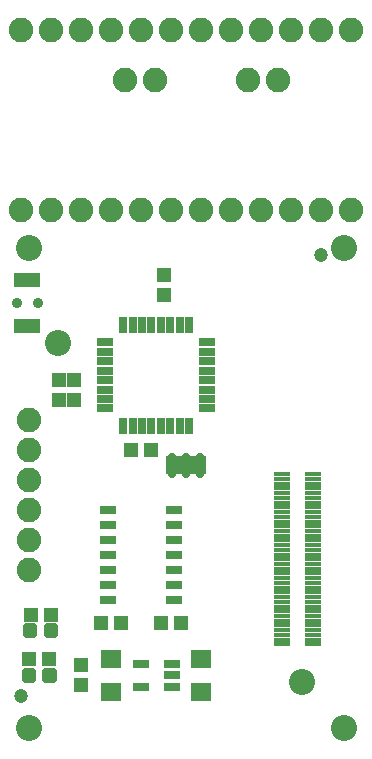
<source format=gbr>
G04 EAGLE Gerber RS-274X export*
G75*
%MOMM*%
%FSLAX34Y34*%
%LPD*%
%INSoldermask Top*%
%IPPOS*%
%AMOC8*
5,1,8,0,0,1.08239X$1,22.5*%
G01*
%ADD10C,2.203200*%
%ADD11R,1.343200X0.403200*%
%ADD12C,1.203200*%
%ADD13R,1.203200X1.303200*%
%ADD14R,1.803200X1.603200*%
%ADD15R,1.303200X1.203200*%
%ADD16C,0.505344*%
%ADD17R,1.403200X0.753200*%
%ADD18R,0.762000X1.473200*%
%ADD19R,1.473200X0.762000*%
%ADD20C,2.082800*%
%ADD21C,0.653200*%
%ADD22R,3.495038X1.534156*%
%ADD23R,1.403200X0.803200*%
%ADD24C,0.903200*%
%ADD25R,2.203200X1.303200*%


D10*
X285750Y19050D03*
X19050Y19050D03*
X19050Y425450D03*
X285750Y425450D03*
X44100Y344800D03*
X250100Y57900D03*
D11*
X259600Y229798D03*
X233200Y229798D03*
X259600Y225798D03*
X233200Y225798D03*
X259600Y221798D03*
X233200Y221798D03*
X259600Y217798D03*
X233200Y217798D03*
X259600Y213798D03*
X233200Y213798D03*
X259600Y209798D03*
X233200Y209798D03*
X259600Y205798D03*
X233200Y205798D03*
X259600Y201798D03*
X233200Y201798D03*
X259600Y197798D03*
X233200Y197798D03*
X259600Y193798D03*
X233200Y193798D03*
X259600Y189798D03*
X233200Y189798D03*
X259600Y185798D03*
X233200Y185798D03*
X259600Y181798D03*
X233200Y181798D03*
X259600Y177798D03*
X233200Y177798D03*
X259600Y173798D03*
X233200Y173798D03*
X259600Y169798D03*
X233200Y169798D03*
X259600Y165798D03*
X233200Y165798D03*
X259600Y161798D03*
X233200Y161798D03*
X259600Y157798D03*
X233200Y157798D03*
X259600Y153798D03*
X233200Y153798D03*
X259600Y149798D03*
X233200Y149798D03*
X259600Y145798D03*
X233200Y145798D03*
X259600Y141798D03*
X233200Y141798D03*
X259600Y137798D03*
X233200Y137798D03*
X259600Y133798D03*
X233200Y133798D03*
X259600Y129798D03*
X233200Y129798D03*
X259600Y125798D03*
X233200Y125798D03*
X259600Y121798D03*
X233200Y121798D03*
X259600Y117798D03*
X233200Y117798D03*
X259600Y113798D03*
X233200Y113798D03*
X259600Y109798D03*
X233200Y109798D03*
X259600Y105798D03*
X233200Y105798D03*
X259600Y101798D03*
X233200Y101798D03*
X259600Y97798D03*
X233200Y97798D03*
X259600Y93798D03*
X233200Y93798D03*
X259600Y89798D03*
X233200Y89798D03*
X259600Y233798D03*
X233200Y233798D03*
D12*
X12700Y45720D03*
X266700Y419100D03*
D13*
X63500Y55000D03*
X63500Y72000D03*
D14*
X88900Y77500D03*
X88900Y49500D03*
D15*
X36440Y77470D03*
X19440Y77470D03*
D16*
X22660Y66990D02*
X22660Y60010D01*
X15680Y60010D01*
X15680Y66990D01*
X22660Y66990D01*
X22660Y64810D02*
X15680Y64810D01*
X40200Y66990D02*
X40200Y60010D01*
X33220Y60010D01*
X33220Y66990D01*
X40200Y66990D01*
X40200Y64810D02*
X33220Y64810D01*
D13*
X44450Y313300D03*
X44450Y296300D03*
D15*
X105800Y254000D03*
X122800Y254000D03*
D13*
X133350Y402200D03*
X133350Y385200D03*
D15*
X37710Y114300D03*
X20710Y114300D03*
D16*
X34490Y105090D02*
X34490Y98110D01*
X34490Y105090D02*
X41470Y105090D01*
X41470Y98110D01*
X34490Y98110D01*
X34490Y102910D02*
X41470Y102910D01*
X16950Y105090D02*
X16950Y98110D01*
X16950Y105090D02*
X23930Y105090D01*
X23930Y98110D01*
X16950Y98110D01*
X16950Y102910D02*
X23930Y102910D01*
D17*
X140001Y54000D03*
X140001Y63500D03*
X140001Y73000D03*
X113999Y73000D03*
X113999Y54000D03*
D14*
X165100Y77500D03*
X165100Y49500D03*
D18*
X99000Y274574D03*
X107000Y274574D03*
X115000Y274574D03*
X123000Y274574D03*
X131000Y274574D03*
X139000Y274574D03*
X147000Y274574D03*
X155000Y274574D03*
D19*
X169926Y289500D03*
X169926Y297500D03*
X169926Y305500D03*
X169926Y313500D03*
X169926Y321500D03*
X169926Y329500D03*
X169926Y337500D03*
X169926Y345500D03*
D18*
X155000Y360426D03*
X147000Y360426D03*
X139000Y360426D03*
X131000Y360426D03*
X123000Y360426D03*
X115000Y360426D03*
X107000Y360426D03*
X99000Y360426D03*
D19*
X84074Y345500D03*
X84074Y337500D03*
X84074Y329500D03*
X84074Y321500D03*
X84074Y313500D03*
X84074Y305500D03*
X84074Y297500D03*
X84074Y289500D03*
D20*
X19685Y279400D03*
X19685Y254000D03*
X19685Y228600D03*
X19685Y203200D03*
X19685Y177800D03*
X19685Y152400D03*
D13*
X57150Y313300D03*
X57150Y296300D03*
D21*
X140400Y248575D02*
X140400Y234025D01*
X152400Y234025D02*
X152400Y248575D01*
X164400Y248575D02*
X164400Y234025D01*
D22*
X152375Y241275D03*
D23*
X142300Y127000D03*
X142300Y139700D03*
X142300Y152400D03*
X142300Y165100D03*
X142300Y177800D03*
X142300Y190500D03*
X142300Y203200D03*
X86300Y203200D03*
X86300Y190500D03*
X86300Y177800D03*
X86300Y165100D03*
X86300Y152400D03*
X86300Y139700D03*
X86300Y127000D03*
D15*
X97400Y107950D03*
X80400Y107950D03*
X131200Y107950D03*
X148200Y107950D03*
D20*
X12700Y609600D03*
X38100Y609600D03*
X63500Y609600D03*
X88900Y609600D03*
X114300Y609600D03*
X139700Y609600D03*
X165100Y609600D03*
X190500Y609600D03*
X215900Y609600D03*
X241300Y609600D03*
X266700Y609600D03*
X292100Y609600D03*
X12700Y457200D03*
X38100Y457200D03*
X63500Y457200D03*
X88900Y457200D03*
X114300Y457200D03*
X139700Y457200D03*
X165100Y457200D03*
X190500Y457200D03*
X215900Y457200D03*
X241300Y457200D03*
X266700Y457200D03*
X292100Y457200D03*
X125730Y567690D03*
X100330Y567690D03*
X229870Y567690D03*
X204470Y567690D03*
D24*
X26780Y378460D03*
X8780Y378460D03*
D25*
X17780Y397960D03*
X17780Y358960D03*
M02*

</source>
